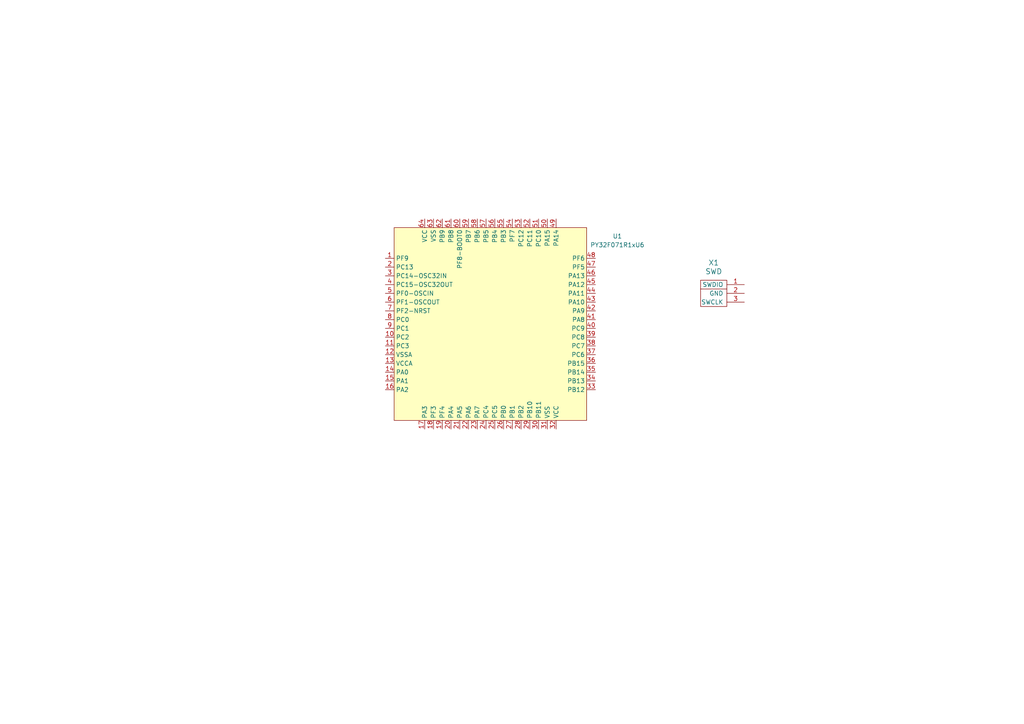
<source format=kicad_sch>
(kicad_sch (version 20250114) (generator "eeschema") (generator_version "9.0")
  (paper "A4")
  (lib_symbols
    (symbol "Drake:SWD" (pin_names (offset 1.016))
      (property "Reference" "X" (at 0 6.35 0))
      (property "Value" "SWD" (at 0 -6.35 0))
      (symbol "SWD_0_1"
        (rectangle (start 3.81 3.81) (end -3.81 -3.81))
        (polyline (pts (xy 3.81 1.27) (xy -3.81 1.27)))
      )
      (symbol "SWD_1_1"
        (pin bidirectional line (at 8.89 2.54 180) (length 5.08) (name "SWDIO") (number "1"))
        (pin power_in line (at 8.89 0 180) (length 5.08) (name "GND") (number "2"))
        (pin bidirectional line (at 8.89 -2.54 180) (length 5.08) (name "SWCLK") (number "3"))
      )
    )
    (symbol "MCU_Puya_PY32F:PY32F071R1xU6"
      (property "Reference" "U" (at 27.94 29.21 0))
      (property "Value" "PY32F071R1xU6" (at 27.94 -29.21 0))
      (symbol "PY32F071R1xU6_0_0"
        (pin unspecified line (at -30.48 19.05 0) (length 2.54) (name "PF9") (number "1"))
        (pin unspecified line (at -30.48 16.51 0) (length 2.54) (name "PC13") (number "2"))
        (pin unspecified line (at -30.48 13.97 0) (length 2.54) (name "PC14-OSC32IN") (number "3"))
        (pin unspecified line (at -30.48 11.43 0) (length 2.54) (name "PC15-OSC32OUT") (number "4"))
        (pin unspecified line (at -30.48 8.89 0) (length 2.54) (name "PF0-OSCIN") (number "5"))
        (pin unspecified line (at -30.48 6.35 0) (length 2.54) (name "PF1-OSCOUT") (number "6"))
        (pin unspecified line (at -30.48 3.81 0) (length 2.54) (name "PF2-NRST") (number "7"))
        (pin unspecified line (at -30.48 1.27 0) (length 2.54) (name "PC0") (number "8"))
        (pin unspecified line (at -30.48 -1.27 0) (length 2.54) (name "PC1") (number "9"))
        (pin unspecified line (at -30.48 -3.81 0) (length 2.54) (name "PC2") (number "10"))
        (pin unspecified line (at -30.48 -6.35 0) (length 2.54) (name "PC3") (number "11"))
        (pin unspecified line (at -30.48 -8.89 0) (length 2.54) (name "VSSA") (number "12"))
        (pin unspecified line (at -30.48 -11.43 0) (length 2.54) (name "VCCA") (number "13"))
        (pin unspecified line (at -30.48 -13.97 0) (length 2.54) (name "PA0") (number "14"))
        (pin unspecified line (at -30.48 -16.51 0) (length 2.54) (name "PA1") (number "15"))
        (pin unspecified line (at -30.48 -19.05 0) (length 2.54) (name "PA2") (number "16"))
        (pin unspecified line (at -19.05 30.48 270) (length 2.54) (name "VCC") (number "64"))
        (pin unspecified line (at -19.05 -30.48 90) (length 2.54) (name "PA3") (number "17"))
        (pin unspecified line (at -16.51 30.48 270) (length 2.54) (name "VSS") (number "63"))
        (pin unspecified line (at -16.51 -30.48 90) (length 2.54) (name "PF3") (number "18"))
        (pin unspecified line (at -13.97 30.48 270) (length 2.54) (name "PB9") (number "62"))
        (pin unspecified line (at -13.97 -30.48 90) (length 2.54) (name "PF4") (number "19"))
        (pin unspecified line (at -11.43 30.48 270) (length 2.54) (name "PB8") (number "61"))
        (pin unspecified line (at -11.43 -30.48 90) (length 2.54) (name "PA4") (number "20"))
        (pin unspecified line (at -8.89 30.48 270) (length 2.54) (name "PF8-BOOT0") (number "60"))
        (pin unspecified line (at -8.89 -30.48 90) (length 2.54) (name "PA5") (number "21"))
        (pin unspecified line (at -6.35 30.48 270) (length 2.54) (name "PB7") (number "59"))
        (pin unspecified line (at -6.35 -30.48 90) (length 2.54) (name "PA6") (number "22"))
        (pin unspecified line (at -3.81 30.48 270) (length 2.54) (name "PB6") (number "58"))
        (pin unspecified line (at -3.81 -30.48 90) (length 2.54) (name "PA7") (number "23"))
        (pin unspecified line (at 3.81 30.48 270) (length 2.54) (name "PB3") (number "55"))
        (pin unspecified line (at 3.81 -30.48 90) (length 2.54) (name "PB0") (number "26"))
        (pin unspecified line (at 6.35 30.48 270) (length 2.54) (name "PF7") (number "54"))
        (pin unspecified line (at 6.35 -30.48 90) (length 2.54) (name "PB1") (number "27"))
        (pin unspecified line (at 8.89 30.48 270) (length 2.54) (name "PC12") (number "53"))
        (pin unspecified line (at 8.89 -30.48 90) (length 2.54) (name "PB2") (number "28"))
        (pin unspecified line (at 11.43 30.48 270) (length 2.54) (name "PC11") (number "52"))
        (pin unspecified line (at 11.43 -30.48 90) (length 2.54) (name "PB10") (number "29"))
        (pin unspecified line (at 13.97 30.48 270) (length 2.54) (name "PC10") (number "51"))
        (pin unspecified line (at 13.97 -30.48 90) (length 2.54) (name "PB11") (number "30"))
        (pin unspecified line (at 16.51 30.48 270) (length 2.54) (name "PA15") (number "50"))
        (pin unspecified line (at 16.51 -30.48 90) (length 2.54) (name "VSS") (number "31"))
        (pin unspecified line (at 19.05 30.48 270) (length 2.54) (name "PA14") (number "49"))
        (pin unspecified line (at 19.05 -30.48 90) (length 2.54) (name "VCC") (number "32"))
        (pin unspecified line (at 30.48 19.05 180) (length 2.54) (name "PF6") (number "48"))
        (pin unspecified line (at 30.48 16.51 180) (length 2.54) (name "PF5") (number "47"))
        (pin unspecified line (at 30.48 13.97 180) (length 2.54) (name "PA13") (number "46"))
        (pin unspecified line (at 30.48 11.43 180) (length 2.54) (name "PA12") (number "45"))
        (pin unspecified line (at 30.48 8.89 180) (length 2.54) (name "PA11") (number "44"))
        (pin unspecified line (at 30.48 6.35 180) (length 2.54) (name "PA10") (number "43"))
        (pin unspecified line (at 30.48 3.81 180) (length 2.54) (name "PA9") (number "42"))
        (pin unspecified line (at 30.48 -3.81 180) (length 2.54) (name "PC8") (number "39"))
        (pin unspecified line (at 30.48 -6.35 180) (length 2.54) (name "PC7") (number "38"))
        (pin unspecified line (at 30.48 -8.89 180) (length 2.54) (name "PC6") (number "37"))
        (pin unspecified line (at 30.48 -11.43 180) (length 2.54) (name "PB15") (number "36"))
        (pin unspecified line (at 30.48 -13.97 180) (length 2.54) (name "PB14") (number "35"))
        (pin unspecified line (at 30.48 -16.51 180) (length 2.54) (name "PB13") (number "34"))
        (pin unspecified line (at 30.48 -19.05 180) (length 2.54) (name "PB12") (number "33"))
      )
      (symbol "PY32F071R1xU6_1_0"
        (pin unspecified line (at -1.27 30.48 270) (length 2.54) (name "PB5") (number "57"))
        (pin unspecified line (at -1.27 -30.48 90) (length 2.54) (name "PC4") (number "24"))
        (pin unspecified line (at 1.27 30.48 270) (length 2.54) (name "PB4") (number "56"))
        (pin unspecified line (at 1.27 -30.48 90) (length 2.54) (name "PC5") (number "25"))
        (pin unspecified line (at 30.48 1.27 180) (length 2.54) (name "PA8") (number "41"))
        (pin unspecified line (at 30.48 -1.27 180) (length 2.54) (name "PC9") (number "40"))
      )
      (symbol "PY32F071R1xU6_1_1"
        (rectangle (start -27.94 27.94) (end 27.94 -27.94) (fill (type background)))
      )
    )
  )
  (symbol (lib_id "Drake:SWD") (at 207.01 85.09 0) (unit 1)
    (property "Reference" "X1" (at 207.01 76.2 0) (effects (font (size 1.524 1.524))))
    (property "Value" "SWD" (at 207.01 78.74 0) (effects (font (size 1.524 1.524))))
    (property "Footprint" "drake:SWD" (effects (hide yes)))
  )
  (symbol (lib_id "MCU_Puya_PY32F:PY32F071R1xU6") (at 142.24 93.98 0) (unit 1)
    (property "Reference" "U1" (at 179.07 68.5098 0))
    (property "Value" "PY32F071R1xU6" (at 179.07 71.0498 0))
    (property "Footprint" "Package_DFN_QFN:QFN-64-1EP_8x8mm_P0.4mm_EP6.5x6.5mm" (effects (hide yes)))
    (property "Datasheet" "https://download.py32.org/Datasheet/en/PY32F071_Datasheet_Rev0.7_EN.pdf" (effects (hide yes)))
  )
)
</source>
